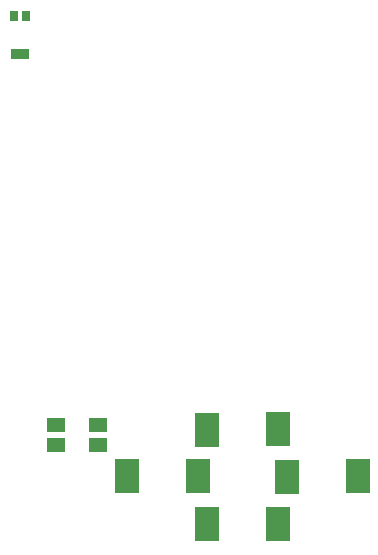
<source format=gtp>
G04 #@! TF.GenerationSoftware,KiCad,Pcbnew,7.0.7-7.0.7~ubuntu22.04.1*
G04 #@! TF.CreationDate,2024-02-20T19:32:11-08:00*
G04 #@! TF.ProjectId,v3.1-DevKitty,76332e31-2d44-4657-964b-697474792e6b,rev?*
G04 #@! TF.SameCoordinates,Original*
G04 #@! TF.FileFunction,Paste,Top*
G04 #@! TF.FilePolarity,Positive*
%FSLAX46Y46*%
G04 Gerber Fmt 4.6, Leading zero omitted, Abs format (unit mm)*
G04 Created by KiCad (PCBNEW 7.0.7-7.0.7~ubuntu22.04.1) date 2024-02-20 19:32:11*
%MOMM*%
%LPD*%
G01*
G04 APERTURE LIST*
G04 Aperture macros list*
%AMOutline4P*
0 Free polygon, 4 corners , with rotation*
0 The origin of the aperture is its center*
0 number of corners: always 4*
0 $1 to $8 corner X, Y*
0 $9 Rotation angle, in degrees counterclockwise*
0 create outline with 4 corners*
4,1,4,$1,$2,$3,$4,$5,$6,$7,$8,$1,$2,$9*%
G04 Aperture macros list end*
%ADD10R,1.600000X1.250000*%
%ADD11R,2.000000X3.000000*%
%ADD12Outline4P,-0.400000X-0.325000X0.400000X-0.325000X0.400000X0.325000X-0.400000X0.325000X90.000000*%
%ADD13Outline4P,-0.400000X-0.800000X0.400000X-0.800000X0.400000X0.800000X-0.400000X0.800000X90.000000*%
G04 APERTURE END LIST*
D10*
X-12250000Y-16625000D03*
X-12250000Y-18375000D03*
X-15750000Y-18375000D03*
X-15750000Y-16625000D03*
D11*
X9750000Y-21000000D03*
X3750000Y-21030000D03*
X3000000Y-25000000D03*
X-3000000Y-25030000D03*
D12*
X-19370000Y17950000D03*
X-18370000Y17950000D03*
D13*
X-18870000Y14750000D03*
D11*
X3000000Y-17000000D03*
X-3000000Y-17030000D03*
X-9750000Y-21000000D03*
X-3750000Y-20970000D03*
M02*

</source>
